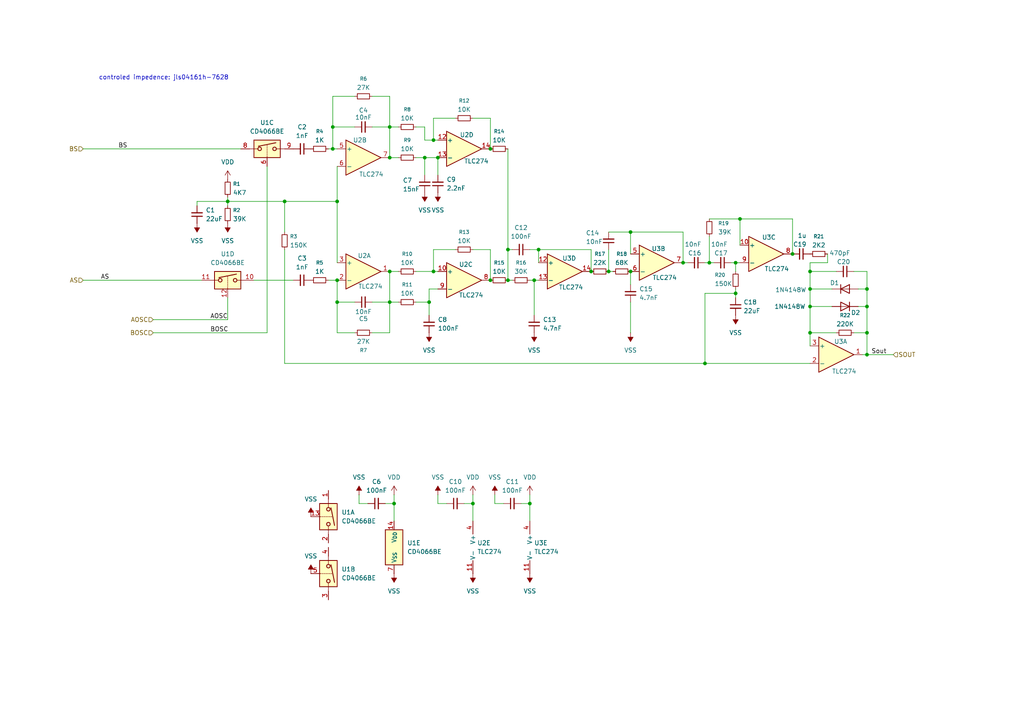
<source format=kicad_sch>
(kicad_sch (version 20250114) (generator "eeschema") (generator_version "9.0")
  (paper "A4")
  (lib_symbols
    (symbol "Amplifier_Operational:TLC274" (pin_names (offset 0.127))
      (property "Reference" "U" (at 0 5.08 0))
      (property "Value" "TLC274" (at 0 -5.08 0))
      (symbol "TLC274_1_1"
        (polyline (pts (xy -5.08 5.08) (xy 5.08 0) (xy -5.08 -5.08) (xy -5.08 5.08)) (stroke (width 0.254)) (fill (type background)))
        (pin input line (at -7.62 2.54 0) (length 2.54) (name "+") (number "3"))
        (pin input line (at -7.62 -2.54 0) (length 2.54) (name "-") (number "2"))
        (pin output line (at 7.62 0 180) (length 2.54) (name "~") (number "1"))
      )
      (symbol "TLC274_2_1"
        (polyline (pts (xy -5.08 5.08) (xy 5.08 0) (xy -5.08 -5.08) (xy -5.08 5.08)) (stroke (width 0.254)) (fill (type background)))
        (pin input line (at -7.62 2.54 0) (length 2.54) (name "+") (number "5"))
        (pin input line (at -7.62 -2.54 0) (length 2.54) (name "-") (number "6"))
        (pin output line (at 7.62 0 180) (length 2.54) (name "~") (number "7"))
      )
      (symbol "TLC274_3_1"
        (polyline (pts (xy -5.08 5.08) (xy 5.08 0) (xy -5.08 -5.08) (xy -5.08 5.08)) (stroke (width 0.254)) (fill (type background)))
        (pin input line (at -7.62 2.54 0) (length 2.54) (name "+") (number "10"))
        (pin input line (at -7.62 -2.54 0) (length 2.54) (name "-") (number "9"))
        (pin output line (at 7.62 0 180) (length 2.54) (name "~") (number "8"))
      )
      (symbol "TLC274_4_1"
        (polyline (pts (xy -5.08 5.08) (xy 5.08 0) (xy -5.08 -5.08) (xy -5.08 5.08)) (stroke (width 0.254)) (fill (type background)))
        (pin input line (at -7.62 2.54 0) (length 2.54) (name "+") (number "12"))
        (pin input line (at -7.62 -2.54 0) (length 2.54) (name "-") (number "13"))
        (pin output line (at 7.62 0 180) (length 2.54) (name "~") (number "14"))
      )
      (symbol "TLC274_5_1"
        (pin power_in line (at -2.54 7.62 270) (length 3.81) (name "V+") (number "4"))
        (pin power_in line (at -2.54 -7.62 90) (length 3.81) (name "V-") (number "11"))
      )
    )
    (symbol "Analog_Switch:CD4066BE"
      (property "Reference" "U" (at -5.08 3.81 0))
      (property "Value" "CD4066BE" (at 7.62 3.81 0))
      (symbol "CD4066BE_1_1"
        (polyline (pts (xy -5.08 0) (xy -2.794 0)))
        (rectangle (start -3.81 2.54) (end 3.81 -2.54) (stroke (width 0.254)) (fill (type background)))
        (polyline (pts (xy -2.54 0.762) (xy 2.54 1.778)) (stroke (width 0.254)))
        (circle (center -2.159 0) (radius 0.508) (stroke (width 0.254)))
        (polyline (pts (xy 0 0.762) (xy 0 1.016)))
        (polyline (pts (xy 0 0.254) (xy 0 0.508)))
        (polyline (pts (xy 0 -0.254) (xy 0 0)))
        (polyline (pts (xy 0 -0.762) (xy 0 -0.508)))
        (polyline (pts (xy 0 -1.27) (xy 0 -1.016)))
        (polyline (pts (xy 0 -1.778) (xy 0 -1.524)))
        (polyline (pts (xy 0 -2.54) (xy 0 -2.032)))
        (circle (center 2.159 0) (radius 0.508) (stroke (width 0.254)))
        (polyline (pts (xy 5.08 0) (xy 2.794 0)))
        (pin bidirectional line (at -7.62 0 0) (length 2.54) (name "~") (number "1"))
        (pin input line (at 0 -5.08 90) (length 2.54) (name "~") (number "13"))
        (pin bidirectional line (at 7.62 0 180) (length 2.54) (name "~") (number "2"))
      )
      (symbol "CD4066BE_2_1"
        (polyline (pts (xy -5.08 0) (xy -2.794 0)))
        (rectangle (start -3.81 2.54) (end 3.81 -2.54) (stroke (width 0.254)) (fill (type background)))
        (polyline (pts (xy -2.54 0.762) (xy 2.54 1.778)) (stroke (width 0.254)))
        (circle (center -2.159 0) (radius 0.508) (stroke (width 0.254)))
        (polyline (pts (xy 0 0.762) (xy 0 1.016)))
        (polyline (pts (xy 0 0.254) (xy 0 0.508)))
        (polyline (pts (xy 0 -0.254) (xy 0 0)))
        (polyline (pts (xy 0 -0.762) (xy 0 -0.508)))
        (polyline (pts (xy 0 -1.27) (xy 0 -1.016)))
        (polyline (pts (xy 0 -1.778) (xy 0 -1.524)))
        (polyline (pts (xy 0 -2.54) (xy 0 -2.032)))
        (circle (center 2.159 0) (radius 0.508) (stroke (width 0.254)))
        (polyline (pts (xy 5.08 0) (xy 2.794 0)))
        (pin bidirectional line (at -7.62 0 0) (length 2.54) (name "~") (number "4"))
        (pin input line (at 0 -5.08 90) (length 2.54) (name "~") (number "5"))
        (pin bidirectional line (at 7.62 0 180) (length 2.54) (name "~") (number "3"))
      )
      (symbol "CD4066BE_3_1"
        (polyline (pts (xy -5.08 0) (xy -2.794 0)))
        (rectangle (start -3.81 2.54) (end 3.81 -2.54) (stroke (width 0.254)) (fill (type background)))
        (polyline (pts (xy -2.54 0.762) (xy 2.54 1.778)) (stroke (width 0.254)))
        (circle (center -2.159 0) (radius 0.508) (stroke (width 0.254)))
        (polyline (pts (xy 0 0.762) (xy 0 1.016)))
        (polyline (pts (xy 0 0.254) (xy 0 0.508)))
        (polyline (pts (xy 0 -0.254) (xy 0 0)))
        (polyline (pts (xy 0 -0.762) (xy 0 -0.508)))
        (polyline (pts (xy 0 -1.27) (xy 0 -1.016)))
        (polyline (pts (xy 0 -1.778) (xy 0 -1.524)))
        (polyline (pts (xy 0 -2.54) (xy 0 -2.032)))
        (circle (center 2.159 0) (radius 0.508) (stroke (width 0.254)))
        (polyline (pts (xy 5.08 0) (xy 2.794 0)))
        (pin bidirectional line (at -7.62 0 0) (length 2.54) (name "~") (number "8"))
        (pin input line (at 0 -5.08 90) (length 2.54) (name "~") (number "6"))
        (pin bidirectional line (at 7.62 0 180) (length 2.54) (name "~") (number "9"))
      )
      (symbol "CD4066BE_4_1"
        (polyline (pts (xy -5.08 0) (xy -2.794 0)))
        (rectangle (start -3.81 2.54) (end 3.81 -2.54) (stroke (width 0.254)) (fill (type background)))
        (polyline (pts (xy -2.54 0.762) (xy 2.54 1.778)) (stroke (width 0.254)))
        (circle (center -2.159 0) (radius 0.508) (stroke (width 0.254)))
        (polyline (pts (xy 0 0.762) (xy 0 1.016)))
        (polyline (pts (xy 0 0.254) (xy 0 0.508)))
        (polyline (pts (xy 0 -0.254) (xy 0 0)))
        (polyline (pts (xy 0 -0.762) (xy 0 -0.508)))
        (polyline (pts (xy 0 -1.27) (xy 0 -1.016)))
        (polyline (pts (xy 0 -1.778) (xy 0 -1.524)))
        (polyline (pts (xy 0 -2.54) (xy 0 -2.032)))
        (circle (center 2.159 0) (radius 0.508) (stroke (width 0.254)))
        (polyline (pts (xy 5.08 0) (xy 2.794 0)))
        (pin bidirectional line (at -7.62 0 0) (length 2.54) (name "~") (number "11"))
        (pin input line (at 0 -5.08 90) (length 2.54) (name "~") (number "12"))
        (pin bidirectional line (at 7.62 0 180) (length 2.54) (name "~") (number "10"))
      )
      (symbol "CD4066BE_5_1"
        (rectangle (start -2.54 5.08) (end 2.54 -5.08) (stroke (width 0.254)) (fill (type background)))
        (pin power_in line (at 0 7.62 270) (length 2.54) (name "V_{DD}") (number "14"))
        (pin power_in line (at 0 -7.62 90) (length 2.54) (name "V_{SS}") (number "7"))
      )
    )
    (symbol "Device:C_Small" (pin_numbers (hide yes)) (pin_names (offset 0.254) (hide yes))
      (property "Reference" "C" (at 0.254 1.778 0))
      (property "Value" "C_Small" (at 0.254 -2.032 0))
      (symbol "C_Small_0_1"
        (polyline (pts (xy -1.524 0.508) (xy 1.524 0.508)) (stroke (width 0.3048)))
        (polyline (pts (xy -1.524 -0.508) (xy 1.524 -0.508)) (stroke (width 0.3302)))
      )
      (symbol "C_Small_1_1"
        (pin passive line (at 0 2.54 270) (length 2.032) (name "~") (number "1"))
        (pin passive line (at 0 -2.54 90) (length 2.032) (name "~") (number "2"))
      )
    )
    (symbol "Device:R_Small" (pin_numbers (hide yes)) (pin_names (offset 0.254) (hide yes))
      (property "Reference" "R" (at 0 0 90))
      (property "Value" "R_Small" (at 1.778 0 90))
      (symbol "R_Small_0_1"
        (rectangle (start -0.762 1.778) (end 0.762 -1.778) (stroke (width 0.2032)))
      )
      (symbol "R_Small_1_1"
        (pin passive line (at 0 2.54 270) (length 0.762) (name "~") (number "1"))
        (pin passive line (at 0 -2.54 90) (length 0.762) (name "~") (number "2"))
      )
    )
    (symbol "Diode:1N4148W" (pin_numbers (hide yes)) (pin_names (hide yes))
      (property "Reference" "D" (at 0 2.54 0))
      (property "Value" "1N4148W" (at 0 -2.54 0))
      (symbol "1N4148W_0_1"
        (polyline (pts (xy -1.27 1.27) (xy -1.27 -1.27)) (stroke (width 0.254)))
        (polyline (pts (xy 1.27 1.27) (xy 1.27 -1.27) (xy -1.27 0) (xy 1.27 1.27)) (stroke (width 0.254)))
        (polyline (pts (xy 1.27 0) (xy -1.27 0)))
      )
      (symbol "1N4148W_1_1"
        (pin passive line (at -3.81 0 0) (length 2.54) (name "K") (number "1"))
        (pin passive line (at 3.81 0 180) (length 2.54) (name "A") (number "2"))
      )
    )
    (symbol "power:VDD" (power) (pin_numbers (hide yes)) (pin_names (offset 0) (hide yes))
      (property "Value" "VDD" (at 0 3.556 0))
      (symbol "VDD_0_1"
        (polyline (pts (xy -0.762 1.27) (xy 0 2.54)))
        (polyline (pts (xy 0 2.54) (xy 0.762 1.27)))
        (polyline (pts (xy 0 0) (xy 0 2.54)))
      )
      (symbol "VDD_1_1"
        (pin power_in line (at 0 0 90) (length 0) (name "~") (number "1"))
      )
    )
    (symbol "power:VSS" (power) (pin_numbers (hide yes)) (pin_names (offset 0) (hide yes))
      (property "Value" "VSS" (at 0 3.556 0))
      (symbol "VSS_0_1"
        (polyline (pts (xy 0 0) (xy 0 2.54)))
        (polyline (pts (xy 0.762 1.27) (xy -0.762 1.27) (xy 0 2.54) (xy 0.762 1.27)) (fill (type outline)))
      )
      (symbol "VSS_1_1"
        (pin power_in line (at 0 0 90) (length 0) (name "~") (number "1"))
      )
    )
  )
  (text "controled impedence: jls04161h-7628" (at 47.498 22.606 0) (effects (font (size 1.27 1.27))))
  (junction (at 123.19 45.72))
  (junction (at 234.95 88.9))
  (junction (at 213.36 76.2))
  (junction (at 171.45 78.74))
  (junction (at 229.87 73.66))
  (junction (at 127 45.72))
  (junction (at 204.47 105.41))
  (junction (at 113.03 78.74))
  (junction (at 147.32 72.39))
  (junction (at 97.79 87.63))
  (junction (at 234.95 96.52))
  (junction (at 182.88 78.74))
  (junction (at 205.74 76.2))
  (junction (at 113.03 87.63))
  (junction (at 113.03 36.83))
  (junction (at 142.24 43.18))
  (junction (at 66.04 58.42))
  (junction (at 142.24 81.28))
  (junction (at 125.73 40.64))
  (junction (at 234.95 78.74))
  (junction (at 234.95 83.82))
  (junction (at 251.46 96.52))
  (junction (at 156.21 72.39))
  (junction (at 97.79 58.42))
  (junction (at 137.16 146.05))
  (junction (at 125.73 78.74))
  (junction (at 113.03 45.72))
  (junction (at 147.32 81.28))
  (junction (at 198.12 76.2))
  (junction (at 96.52 43.18))
  (junction (at 176.53 78.74))
  (junction (at 154.94 81.28))
  (junction (at 251.46 88.9))
  (junction (at 182.88 67.31))
  (junction (at 213.36 85.09))
  (junction (at 96.52 36.83))
  (junction (at 82.55 58.42))
  (junction (at 124.46 87.63))
  (junction (at 251.46 102.87))
  (junction (at 153.67 146.05))
  (junction (at 214.63 63.5))
  (junction (at 114.3 146.05))
  (junction (at 97.79 81.28))
  (junction (at 251.46 83.82))
  (wire (pts (xy 251.46 96.52) (xy 251.46 88.9)))
  (wire (pts (xy 251.46 102.87) (xy 259.08 102.87)))
  (wire (pts (xy 127 40.64) (xy 125.73 40.64)))
  (wire (pts (xy 114.3 146.05) (xy 114.3 151.13)))
  (wire (pts (xy 147.32 81.28) (xy 148.59 81.28)))
  (wire (pts (xy 234.95 78.74) (xy 234.95 76.2)))
  (wire (pts (xy 204.47 76.2) (xy 205.74 76.2)))
  (wire (pts (xy 82.55 105.41) (xy 204.47 105.41)))
  (wire (pts (xy 66.04 58.42) (xy 57.15 58.42)))
  (wire (pts (xy 171.45 78.74) (xy 171.45 72.39)))
  (wire (pts (xy 120.65 78.74) (xy 125.73 78.74)))
  (wire (pts (xy 134.62 146.05) (xy 137.16 146.05)))
  (wire (pts (xy 114.3 143.51) (xy 114.3 146.05)))
  (wire (pts (xy 97.79 58.42) (xy 97.79 76.2)))
  (wire (pts (xy 66.04 58.42) (xy 66.04 59.69)))
  (wire (pts (xy 205.74 68.58) (xy 205.74 76.2)))
  (wire (pts (xy 124.46 83.82) (xy 127 83.82)))
  (wire (pts (xy 24.13 43.18) (xy 69.85 43.18)))
  (wire (pts (xy 153.67 146.05) (xy 153.67 151.13)))
  (wire (pts (xy 247.65 96.52) (xy 251.46 96.52)))
  (wire (pts (xy 234.95 78.74) (xy 242.57 78.74)))
  (wire (pts (xy 123.19 40.64) (xy 123.19 36.83)))
  (wire (pts (xy 213.36 85.09) (xy 213.36 86.36)))
  (wire (pts (xy 95.25 81.28) (xy 97.79 81.28)))
  (wire (pts (xy 106.68 146.05) (xy 104.14 146.05)))
  (wire (pts (xy 204.47 105.41) (xy 234.95 105.41)))
  (wire (pts (xy 142.24 43.18) (xy 142.24 34.29)))
  (wire (pts (xy 214.63 63.5) (xy 205.74 63.5)))
  (wire (pts (xy 137.16 146.05) (xy 137.16 151.13)))
  (wire (pts (xy 251.46 102.87) (xy 251.46 96.52)))
  (wire (pts (xy 234.95 83.82) (xy 241.3 83.82)))
  (wire (pts (xy 182.88 78.74) (xy 182.88 82.55)))
  (wire (pts (xy 212.09 76.2) (xy 213.36 76.2)))
  (wire (pts (xy 205.74 76.2) (xy 207.01 76.2)))
  (wire (pts (xy 234.95 96.52) (xy 242.57 96.52)))
  (wire (pts (xy 82.55 58.42) (xy 82.55 67.31)))
  (wire (pts (xy 198.12 67.31) (xy 182.88 67.31)))
  (wire (pts (xy 107.95 36.83) (xy 113.03 36.83)))
  (wire (pts (xy 147.32 72.39) (xy 147.32 81.28)))
  (wire (pts (xy 82.55 72.39) (xy 82.55 105.41)))
  (wire (pts (xy 137.16 143.51) (xy 137.16 146.05)))
  (wire (pts (xy 66.04 92.71) (xy 66.04 86.36)))
  (wire (pts (xy 113.03 45.72) (xy 113.03 36.83)))
  (wire (pts (xy 198.12 76.2) (xy 198.12 67.31)))
  (wire (pts (xy 66.04 57.15) (xy 66.04 58.42)))
  (wire (pts (xy 213.36 83.82) (xy 213.36 85.09)))
  (wire (pts (xy 113.03 87.63) (xy 115.57 87.63)))
  (wire (pts (xy 240.03 76.2) (xy 240.03 73.66)))
  (wire (pts (xy 153.67 143.51) (xy 153.67 146.05)))
  (wire (pts (xy 66.04 58.42) (xy 82.55 58.42)))
  (wire (pts (xy 142.24 81.28) (xy 142.24 72.39)))
  (wire (pts (xy 234.95 83.82) (xy 234.95 78.74)))
  (wire (pts (xy 142.24 34.29) (xy 137.16 34.29)))
  (wire (pts (xy 132.08 72.39) (xy 125.73 72.39)))
  (wire (pts (xy 248.92 88.9) (xy 251.46 88.9)))
  (wire (pts (xy 182.88 67.31) (xy 182.88 73.66)))
  (wire (pts (xy 132.08 34.29) (xy 125.73 34.29)))
  (wire (pts (xy 111.76 146.05) (xy 114.3 146.05)))
  (wire (pts (xy 113.03 36.83) (xy 115.57 36.83)))
  (wire (pts (xy 129.54 146.05) (xy 127 146.05)))
  (wire (pts (xy 96.52 36.83) (xy 102.87 36.83)))
  (wire (pts (xy 127 45.72) (xy 123.19 45.72)))
  (wire (pts (xy 147.32 43.18) (xy 147.32 72.39)))
  (wire (pts (xy 251.46 78.74) (xy 247.65 78.74)))
  (wire (pts (xy 250.19 102.87) (xy 251.46 102.87)))
  (wire (pts (xy 123.19 45.72) (xy 120.65 45.72)))
  (wire (pts (xy 113.03 87.63) (xy 113.03 96.52)))
  (wire (pts (xy 154.94 91.44) (xy 154.94 81.28)))
  (wire (pts (xy 113.03 27.94) (xy 107.95 27.94)))
  (wire (pts (xy 146.05 146.05) (xy 143.51 146.05)))
  (wire (pts (xy 148.59 72.39) (xy 147.32 72.39)))
  (wire (pts (xy 213.36 76.2) (xy 213.36 78.74)))
  (wire (pts (xy 44.45 92.71) (xy 66.04 92.71)))
  (wire (pts (xy 176.53 78.74) (xy 177.8 78.74)))
  (wire (pts (xy 198.12 76.2) (xy 199.39 76.2)))
  (wire (pts (xy 113.03 36.83) (xy 113.03 27.94)))
  (wire (pts (xy 113.03 45.72) (xy 115.57 45.72)))
  (wire (pts (xy 24.13 81.28) (xy 58.42 81.28)))
  (wire (pts (xy 151.13 146.05) (xy 153.67 146.05)))
  (wire (pts (xy 113.03 78.74) (xy 115.57 78.74)))
  (wire (pts (xy 214.63 63.5) (xy 214.63 71.12)))
  (wire (pts (xy 113.03 78.74) (xy 113.03 87.63)))
  (wire (pts (xy 142.24 72.39) (xy 137.16 72.39)))
  (wire (pts (xy 125.73 78.74) (xy 127 78.74)))
  (wire (pts (xy 97.79 87.63) (xy 102.87 87.63)))
  (wire (pts (xy 125.73 72.39) (xy 125.73 78.74)))
  (wire (pts (xy 154.94 81.28) (xy 156.21 81.28)))
  (wire (pts (xy 171.45 72.39) (xy 156.21 72.39)))
  (wire (pts (xy 97.79 48.26) (xy 97.79 58.42)))
  (wire (pts (xy 96.52 27.94) (xy 96.52 36.83)))
  (wire (pts (xy 234.95 88.9) (xy 241.3 88.9)))
  (wire (pts (xy 73.66 81.28) (xy 85.09 81.28)))
  (wire (pts (xy 113.03 96.52) (xy 107.95 96.52)))
  (wire (pts (xy 229.87 63.5) (xy 214.63 63.5)))
  (wire (pts (xy 124.46 87.63) (xy 124.46 91.44)))
  (wire (pts (xy 234.95 88.9) (xy 234.95 83.82)))
  (wire (pts (xy 176.53 72.39) (xy 176.53 78.74)))
  (wire (pts (xy 234.95 100.33) (xy 234.95 96.52)))
  (wire (pts (xy 107.95 87.63) (xy 113.03 87.63)))
  (wire (pts (xy 182.88 87.63) (xy 182.88 96.52)))
  (wire (pts (xy 44.45 96.52) (xy 77.47 96.52)))
  (wire (pts (xy 102.87 96.52) (xy 97.79 96.52)))
  (wire (pts (xy 229.87 73.66) (xy 229.87 63.5)))
  (wire (pts (xy 97.79 96.52) (xy 97.79 87.63)))
  (wire (pts (xy 204.47 105.41) (xy 204.47 85.09)))
  (wire (pts (xy 125.73 40.64) (xy 123.19 40.64)))
  (wire (pts (xy 143.51 146.05) (xy 143.51 143.51)))
  (wire (pts (xy 251.46 88.9) (xy 251.46 83.82)))
  (wire (pts (xy 213.36 76.2) (xy 214.63 76.2)))
  (wire (pts (xy 125.73 34.29) (xy 125.73 40.64)))
  (wire (pts (xy 120.65 87.63) (xy 124.46 87.63)))
  (wire (pts (xy 204.47 85.09) (xy 213.36 85.09)))
  (wire (pts (xy 124.46 87.63) (xy 124.46 83.82)))
  (wire (pts (xy 127 50.8) (xy 127 45.72)))
  (wire (pts (xy 251.46 83.82) (xy 251.46 78.74)))
  (wire (pts (xy 123.19 36.83) (xy 120.65 36.83)))
  (wire (pts (xy 82.55 58.42) (xy 97.79 58.42)))
  (wire (pts (xy 176.53 67.31) (xy 182.88 67.31)))
  (wire (pts (xy 234.95 76.2) (xy 240.03 76.2)))
  (wire (pts (xy 123.19 50.8) (xy 123.19 45.72)))
  (wire (pts (xy 248.92 83.82) (xy 251.46 83.82)))
  (wire (pts (xy 127 146.05) (xy 127 143.51)))
  (wire (pts (xy 77.47 96.52) (xy 77.47 48.26)))
  (wire (pts (xy 97.79 87.63) (xy 97.79 81.28)))
  (wire (pts (xy 97.79 43.18) (xy 96.52 43.18)))
  (wire (pts (xy 96.52 36.83) (xy 96.52 43.18)))
  (wire (pts (xy 102.87 27.94) (xy 96.52 27.94)))
  (wire (pts (xy 96.52 43.18) (xy 95.25 43.18)))
  (wire (pts (xy 154.94 81.28) (xy 153.67 81.28)))
  (wire (pts (xy 57.15 59.69) (xy 57.15 58.42)))
  (wire (pts (xy 156.21 72.39) (xy 153.67 72.39)))
  (wire (pts (xy 156.21 76.2) (xy 156.21 72.39)))
  (wire (pts (xy 234.95 96.52) (xy 234.95 88.9)))
  (wire (pts (xy 104.14 146.05) (xy 104.14 143.51)))
  (label "AS" (at 29.21 81.28 0))
  (label "Sout" (at 252.73 102.87 0))
  (label "AOSC" (at 60.96 92.71 0))
  (label "BS" (at 34.29 43.18 0))
  (label "BOSC" (at 60.96 96.52 0))
  (hierarchical_label "BOSC" (shape input) (at 44.45 96.52 180))
  (hierarchical_label "BS" (shape input) (at 24.13 43.18 180))
  (hierarchical_label "AS" (shape input) (at 24.13 81.28 180))
  (hierarchical_label "AOSC" (shape input) (at 44.45 92.71 180))
  (hierarchical_label "SOUT" (shape input) (at 259.08 102.87 0))
  (symbol (lib_id "power:VSS") (at 137.16 166.37 180) (unit 1)
    (property "Reference" "#PWR0141" (effects (hide yes)))
    (property "Value" "VSS" (at 137.16 171.45 0))
    (property "Description" "Power symbol creates a global label with name \"VSS\"" (effects (hide yes)))
    (instances (project "mixer" (path "" (reference "#PWR018") (unit 1))) (project "" (path "" (reference "#PWR0141") (unit 1))))
  )
  (symbol (lib_id "Device:R_Small") (at 173.99 78.74 90) (unit 1)
    (property "Reference" "R26" (at 173.99 73.66 90) (effects (font (size 1.016 1.016))))
    (property "Value" "22K" (at 173.99 76.2 90))
    (property "Footprint" "Resistor_SMD:R_0805_2012Metric" (effects (hide yes)))
    (property "Description" "Resistor, small symbol" (effects (hide yes)))
    (instances (project "mixer" (path "" (reference "R17") (unit 1))) (project "" (path "" (reference "R26") (unit 1))))
  )
  (symbol (lib_id "Device:C_Small") (at 57.15 62.23 180) (unit 1)
    (property "Reference" "C18" (at 59.69 60.9535 0) (effects (justify right)))
    (property "Value" "22uF" (at 59.69 63.4935 0) (effects (justify right)))
    (property "Footprint" "Capacitor_SMD:C_0805_2012Metric" (effects (hide yes)))
    (property "Description" "Unpolarized capacitor, small symbol" (effects (hide yes)))
    (instances (project "mixer" (path "" (reference "C1") (unit 1))) (project "" (path "" (reference "C18") (unit 1))))
  )
  (symbol (lib_id "Amplifier_Operational:TLC274") (at 139.7 158.75 0) (unit 5)
    (property "Reference" "U7" (at 138.43 157.4799 0) (effects (justify left)))
    (property "Value" "TLC274" (at 138.43 160.0199 0) (effects (justify left)))
    (property "Footprint" "Package_DIP:DIP-14_W7.62mm" (effects (hide yes)))
    (property "Datasheet" "http://www.ti.com/lit/ds/symlink/tlc274.pdf" (effects (hide yes)))
    (property "Description" "Quad LinCMOS Precision Quad Operational Amplifiers, DIP-14/SOIC-14/SSOP-14" (effects (hide yes)))
    (instances (project "" (path "" (reference "U2") (unit 5))) (project "" (path "" (reference "U7") (unit 5))))
  )
  (symbol (lib_id "power:VSS") (at 124.46 96.52 180) (unit 1)
    (property "Reference" "#PWR0150" (effects (hide yes)))
    (property "Value" "VSS" (at 124.46 101.6 0))
    (property "Description" "Power symbol creates a global label with name \"VSS\"" (effects (hide yes)))
    (instances (project "mixer" (path "" (reference "#PWR014") (unit 1))) (project "" (path "" (reference "#PWR0150") (unit 1))))
  )
  (symbol (lib_id "power:VSS") (at 213.36 91.44 180) (unit 1)
    (property "Reference" "#PWR0147" (effects (hide yes)))
    (property "Value" "VSS" (at 213.36 96.52 0))
    (property "Description" "Power symbol creates a global label with name \"VSS\"" (effects (hide yes)))
    (instances (project "mixer" (path "" (reference "#PWR024") (unit 1))) (project "" (path "" (reference "#PWR0147") (unit 1))))
  )
  (symbol (lib_id "power:VSS") (at 104.14 143.51 0) (unit 1)
    (property "Reference" "#PWR0137" (effects (hide yes)))
    (property "Value" "VSS" (at 104.14 138.43 0))
    (property "Description" "Power symbol creates a global label with name \"VSS\"" (effects (hide yes)))
    (instances (project "mixer" (path "" (reference "#PWR010") (unit 1))) (project "" (path "" (reference "#PWR0137") (unit 1))))
  )
  (symbol (lib_id "Device:R_Small") (at 66.04 62.23 0) (unit 1)
    (property "Reference" "R11" (at 67.564 60.96 0) (effects (font (size 1.016 1.016)) (justify left)))
    (property "Value" "39K" (at 67.564 63.5 0) (effects (justify left)))
    (property "Footprint" "Resistor_SMD:R_0805_2012Metric" (effects (hide yes)))
    (property "Description" "Resistor, small symbol" (effects (hide yes)))
    (instances (project "mixer" (path "" (reference "R2") (unit 1))) (project "" (path "" (reference "R11") (unit 1))))
  )
  (symbol (lib_id "power:VSS") (at 57.15 64.77 180) (unit 1)
    (property "Reference" "#PWR0135" (effects (hide yes)))
    (property "Value" "VSS" (at 57.15 69.85 0))
    (property "Description" "Power symbol creates a global label with name \"VSS\"" (effects (hide yes)))
    (instances (project "mixer" (path "" (reference "#PWR05") (unit 1))) (project "" (path "" (reference "#PWR0135") (unit 1))))
  )
  (symbol (lib_id "Device:R_Small") (at 82.55 69.85 0) (unit 1)
    (property "Reference" "R12" (at 84.074 68.58 0) (effects (font (size 1.016 1.016)) (justify left)))
    (property "Value" "150K" (at 84.074 71.12 0) (effects (justify left)))
    (property "Footprint" "Resistor_SMD:R_0805_2012Metric" (effects (hide yes)))
    (property "Description" "Resistor, small symbol" (effects (hide yes)))
    (instances (project "mixer" (path "" (reference "R3") (unit 1))) (project "" (path "" (reference "R12") (unit 1))))
  )
  (symbol (lib_id "Device:C_Small") (at 245.11 78.74 270) (unit 1)
    (property "Reference" "C37" (at 246.634 75.946 90) (effects (justify right)))
    (property "Value" "470pF" (at 246.634 73.406 90) (effects (justify right)))
    (property "Footprint" "Capacitor_SMD:C_0805_2012Metric" (effects (hide yes)))
    (property "Description" "Unpolarized capacitor, small symbol" (effects (hide yes)))
    (instances (project "mixer" (path "" (reference "C20") (unit 1))) (project "" (path "" (reference "C37") (unit 1))))
  )
  (symbol (lib_id "Analog_Switch:CD4066BE") (at 66.04 81.28 0) (unit 4)
    (property "Reference" "U6" (at 66.04 73.66 0))
    (property "Value" "CD4066BE" (at 66.04 76.2 0))
    (property "Footprint" "Package_DIP:DIP-14_W7.62mm" (effects (hide yes)))
    (property "Datasheet" "https://www.ti.com/lit/ds/symlink/cd4066b.pdf" (effects (hide yes)))
    (property "Description" "Quad 20V analog SPST 1:1 switch, DIP-14" (effects (hide yes)))
    (instances (project "" (path "" (reference "U1") (unit 4))) (project "" (path "" (reference "U6") (unit 4))))
  )
  (symbol (lib_id "Device:R_Small") (at 134.62 72.39 90) (unit 1)
    (property "Reference" "R22" (at 134.62 67.31 90) (effects (font (size 1.016 1.016))))
    (property "Value" "10K" (at 134.62 69.85 90))
    (property "Footprint" "Resistor_SMD:R_0805_2012Metric" (effects (hide yes)))
    (property "Description" "Resistor, small symbol" (effects (hide yes)))
    (instances (project "mixer" (path "" (reference "R13") (unit 1))) (project "" (path "" (reference "R22") (unit 1))))
  )
  (symbol (lib_id "Analog_Switch:CD4066BE") (at 95.25 149.86 270) (unit 1)
    (property "Reference" "U6" (at 99.06 148.5899 90) (effects (justify left)))
    (property "Value" "CD4066BE" (at 99.06 151.1299 90) (effects (justify left)))
    (property "Footprint" "Package_DIP:DIP-14_W7.62mm" (effects (hide yes)))
    (property "Datasheet" "https://www.ti.com/lit/ds/symlink/cd4066b.pdf" (effects (hide yes)))
    (property "Description" "Quad 20V analog SPST 1:1 switch, DIP-14" (effects (hide yes)))
    (instances (project "" (path "" (reference "U1") (unit 1))) (project "" (path "" (reference "U6") (unit 1))))
  )
  (symbol (lib_id "Device:R_Small") (at 105.41 96.52 90) (mirror x) (unit 1)
    (property "Reference" "R16" (at 105.41 101.6 90) (effects (font (size 1.016 1.016))))
    (property "Value" "27K" (at 105.41 99.06 90))
    (property "Footprint" "Resistor_SMD:R_0805_2012Metric" (effects (hide yes)))
    (property "Description" "Resistor, small symbol" (effects (hide yes)))
    (instances (project "mixer" (path "" (reference "R7") (unit 1))) (project "" (path "" (reference "R16") (unit 1))))
  )
  (symbol (lib_id "Device:C_Small") (at 124.46 93.98 180) (unit 1)
    (property "Reference" "C25" (at 127 92.7035 0) (effects (justify right)))
    (property "Value" "100nF" (at 127 95.2435 0) (effects (justify right)))
    (property "Footprint" "Capacitor_SMD:C_0805_2012Metric" (effects (hide yes)))
    (property "Description" "Unpolarized capacitor, small symbol" (effects (hide yes)))
    (instances (project "mixer" (path "" (reference "C8") (unit 1))) (project "" (path "" (reference "C25") (unit 1))))
  )
  (symbol (lib_id "Device:C_Small") (at 201.93 76.2 270) (unit 1)
    (property "Reference" "C33" (at 203.454 73.406 90) (effects (justify right)))
    (property "Value" "10nF" (at 203.454 70.866 90) (effects (justify right)))
    (property "Footprint" "Capacitor_SMD:C_0805_2012Metric" (effects (hide yes)))
    (property "Description" "Unpolarized capacitor, small symbol" (effects (hide yes)))
    (instances (project "mixer" (path "" (reference "C16") (unit 1))) (project "" (path "" (reference "C33") (unit 1))))
  )
  (symbol (lib_id "Device:R_Small") (at 237.49 73.66 90) (unit 1)
    (property "Reference" "R30" (at 237.49 68.58 90) (effects (font (size 1.016 1.016))))
    (property "Value" "2K2" (at 237.49 71.12 90))
    (property "Footprint" "Resistor_SMD:R_0805_2012Metric" (effects (hide yes)))
    (property "Description" "Resistor, small symbol" (effects (hide yes)))
    (instances (project "mixer" (path "" (reference "R21") (unit 1))) (project "" (path "" (reference "R30") (unit 1))))
  )
  (symbol (lib_id "Device:R_Small") (at 151.13 81.28 90) (unit 1)
    (property "Reference" "R25" (at 151.13 76.2 90) (effects (font (size 1.016 1.016))))
    (property "Value" "30K" (at 151.13 78.74 90))
    (property "Footprint" "Resistor_SMD:R_0805_2012Metric" (effects (hide yes)))
    (property "Description" "Resistor, small symbol" (effects (hide yes)))
    (instances (project "mixer" (path "" (reference "R16") (unit 1))) (project "" (path "" (reference "R25") (unit 1))))
  )
  (symbol (lib_id "Device:C_Small") (at 182.88 85.09 180) (unit 1)
    (property "Reference" "C32" (at 185.42 83.8135 0) (effects (justify right)))
    (property "Value" "4.7nF" (at 185.42 86.3535 0) (effects (justify right)))
    (property "Footprint" "Capacitor_SMD:C_0805_2012Metric" (effects (hide yes)))
    (property "Description" "Unpolarized capacitor, small symbol" (effects (hide yes)))
    (instances (project "mixer" (path "" (reference "C15") (unit 1))) (project "" (path "" (reference "C32") (unit 1))))
  )
  (symbol (lib_id "power:VSS") (at 114.3 166.37 180) (unit 1)
    (property "Reference" "#PWR0146" (effects (hide yes)))
    (property "Value" "VSS" (at 114.3 171.45 0))
    (property "Description" "Power symbol creates a global label with name \"VSS\"" (effects (hide yes)))
    (instances (project "mixer" (path "" (reference "#PWR012") (unit 1))) (project "" (path "" (reference "#PWR0146") (unit 1))))
  )
  (symbol (lib_id "Device:C_Small") (at 87.63 81.28 270) (unit 1)
    (property "Reference" "C20" (at 87.6236 74.93 90))
    (property "Value" "1nF" (at 87.6236 77.47 90))
    (property "Footprint" "Capacitor_SMD:C_0805_2012Metric" (effects (hide yes)))
    (property "Description" "Unpolarized capacitor, small symbol" (effects (hide yes)))
    (instances (project "mixer" (path "" (reference "C3") (unit 1))) (project "" (path "" (reference "C20") (unit 1))))
  )
  (symbol (lib_id "Device:R_Small") (at 66.04 54.61 0) (unit 1)
    (property "Reference" "R10" (at 67.564 53.34 0) (effects (font (size 1.016 1.016)) (justify left)))
    (property "Value" "4K7" (at 67.564 55.88 0) (effects (justify left)))
    (property "Footprint" "Resistor_SMD:R_0805_2012Metric" (effects (hide yes)))
    (property "Description" "Resistor, small symbol" (effects (hide yes)))
    (instances (project "mixer" (path "" (reference "R1") (unit 1))) (project "" (path "" (reference "R10") (unit 1))))
  )
  (symbol (lib_id "Device:C_Small") (at 176.53 69.85 180) (unit 1)
    (property "Reference" "C31" (at 169.926 67.564 0) (effects (justify right)))
    (property "Value" "10nF" (at 169.926 70.104 0) (effects (justify right)))
    (property "Footprint" "Capacitor_SMD:C_0805_2012Metric" (effects (hide yes)))
    (property "Description" "Unpolarized capacitor, small symbol" (effects (hide yes)))
    (instances (project "mixer" (path "" (reference "C14") (unit 1))) (project "" (path "" (reference "C31") (unit 1))))
  )
  (symbol (lib_id "Analog_Switch:CD4066BE") (at 77.47 43.18 0) (unit 3)
    (property "Reference" "U6" (at 77.47 35.56 0))
    (property "Value" "CD4066BE" (at 77.47 38.1 0))
    (property "Footprint" "Package_DIP:DIP-14_W7.62mm" (effects (hide yes)))
    (property "Datasheet" "https://www.ti.com/lit/ds/symlink/cd4066b.pdf" (effects (hide yes)))
    (property "Description" "Quad 20V analog SPST 1:1 switch, DIP-14" (effects (hide yes)))
    (instances (project "" (path "" (reference "U1") (unit 3))) (project "" (path "" (reference "U6") (unit 3))))
  )
  (symbol (lib_id "power:VSS") (at 90.17 149.86 0) (unit 1)
    (property "Reference" "#PWR0145" (effects (hide yes)))
    (property "Value" "VSS" (at 90.17 144.78 0))
    (property "Description" "Power symbol creates a global label with name \"VSS\"" (effects (hide yes)))
    (instances (project "mixer" (path "" (reference "#PWR08") (unit 1))) (project "" (path "" (reference "#PWR0145") (unit 1))))
  )
  (symbol (lib_id "Device:C_Small") (at 213.36 88.9 0) (unit 1)
    (property "Reference" "C35" (at 215.646 87.63 0) (effects (justify left)))
    (property "Value" "22uF" (at 215.646 90.17 0) (effects (justify left)))
    (property "Footprint" "Capacitor_SMD:C_0805_2012Metric" (effects (hide yes)))
    (property "Description" "Unpolarized capacitor, small symbol" (effects (hide yes)))
    (instances (project "mixer" (path "" (reference "C18") (unit 1))) (project "" (path "" (reference "C35") (unit 1))))
  )
  (symbol (lib_id "Device:R_Small") (at 118.11 36.83 90) (unit 1)
    (property "Reference" "R17" (at 118.11 31.75 90) (effects (font (size 1.016 1.016))))
    (property "Value" "10K" (at 118.11 34.29 90))
    (property "Footprint" "Resistor_SMD:R_0805_2012Metric" (effects (hide yes)))
    (property "Description" "Resistor, small symbol" (effects (hide yes)))
    (instances (project "mixer" (path "" (reference "R8") (unit 1))) (project "" (path "" (reference "R17") (unit 1))))
  )
  (symbol (lib_id "Device:C_Small") (at 148.59 146.05 90) (unit 1)
    (property "Reference" "C28" (at 148.5963 139.7 90))
    (property "Value" "100nF" (at 148.5963 142.24 90))
    (property "Footprint" "Capacitor_SMD:C_0805_2012Metric" (effects (hide yes)))
    (property "Description" "Unpolarized capacitor, small symbol" (effects (hide yes)))
    (instances (project "mixer" (path "" (reference "C11") (unit 1))) (project "" (path "" (reference "C28") (unit 1))))
  )
  (symbol (lib_id "Device:C_Small") (at 232.41 73.66 270) (unit 1)
    (property "Reference" "C36" (at 233.934 70.866 90) (effects (justify right)))
    (property "Value" "1u" (at 233.934 68.326 90) (effects (justify right)))
    (property "Footprint" "Capacitor_SMD:C_0805_2012Metric" (effects (hide yes)))
    (property "Description" "Unpolarized capacitor, small symbol" (effects (hide yes)))
    (instances (project "mixer" (path "" (reference "C19") (unit 1))) (project "" (path "" (reference "C36") (unit 1))))
  )
  (symbol (lib_id "Amplifier_Operational:TLC274") (at 134.62 81.28 0) (unit 3)
    (property "Reference" "U7" (at 135.128 76.708 0))
    (property "Value" "TLC274" (at 136.652 85.598 0))
    (property "Footprint" "Package_DIP:DIP-14_W7.62mm" (effects (hide yes)))
    (property "Datasheet" "http://www.ti.com/lit/ds/symlink/tlc274.pdf" (effects (hide yes)))
    (property "Description" "Quad LinCMOS Precision Quad Operational Amplifiers, DIP-14/SOIC-14/SSOP-14" (effects (hide yes)))
    (instances (project "" (path "" (reference "U2") (unit 3))) (project "" (path "" (reference "U7") (unit 3))))
  )
  (symbol (lib_id "Device:R_Small") (at 245.11 96.52 90) (unit 1)
    (property "Reference" "R31" (at 245.11 91.44 90) (effects (font (size 1.016 1.016))))
    (property "Value" "220K" (at 245.11 93.98 90))
    (property "Footprint" "Resistor_SMD:R_0805_2012Metric" (effects (hide yes)))
    (property "Description" "Resistor, small symbol" (effects (hide yes)))
    (instances (project "mixer" (path "" (reference "R22") (unit 1))) (project "" (path "" (reference "R31") (unit 1))))
  )
  (symbol (lib_id "Device:R_Small") (at 180.34 78.74 90) (unit 1)
    (property "Reference" "R27" (at 180.34 73.66 90) (effects (font (size 1.016 1.016))))
    (property "Value" "68K" (at 180.34 76.2 90))
    (property "Footprint" "Resistor_SMD:R_0805_2012Metric" (effects (hide yes)))
    (property "Description" "Resistor, small symbol" (effects (hide yes)))
    (instances (project "mixer" (path "" (reference "R18") (unit 1))) (project "" (path "" (reference "R27") (unit 1))))
  )
  (symbol (lib_id "Device:C_Small") (at 127 53.34 180) (unit 1)
    (property "Reference" "C26" (at 129.54 52.0635 0) (effects (justify right)))
    (property "Value" "2.2nF" (at 129.54 54.6035 0) (effects (justify right)))
    (property "Footprint" "Capacitor_SMD:C_0805_2012Metric" (effects (hide yes)))
    (property "Description" "Unpolarized capacitor, small symbol" (effects (hide yes)))
    (instances (project "mixer" (path "" (reference "C9") (unit 1))) (project "" (path "" (reference "C26") (unit 1))))
  )
  (symbol (lib_id "Amplifier_Operational:TLC274") (at 105.41 78.74 0) (unit 1)
    (property "Reference" "U7" (at 105.664 74.168 0))
    (property "Value" "TLC274" (at 107.442 83.058 0))
    (property "Footprint" "Package_DIP:DIP-14_W7.62mm" (effects (hide yes)))
    (property "Datasheet" "http://www.ti.com/lit/ds/symlink/tlc274.pdf" (effects (hide yes)))
    (property "Description" "Quad LinCMOS Precision Quad Operational Amplifiers, DIP-14/SOIC-14/SSOP-14" (effects (hide yes)))
    (instances (project "" (path "" (reference "U2") (unit 1))) (project "" (path "" (reference "U7") (unit 1))))
  )
  (symbol (lib_id "Device:R_Small") (at 105.41 27.94 90) (unit 1)
    (property "Reference" "R15" (at 105.41 22.86 90) (effects (font (size 1.016 1.016))))
    (property "Value" "27K" (at 105.41 25.4 90))
    (property "Footprint" "Resistor_SMD:R_0805_2012Metric" (effects (hide yes)))
    (property "Description" "Resistor, small symbol" (effects (hide yes)))
    (instances (project "mixer" (path "" (reference "R6") (unit 1))) (project "" (path "" (reference "R15") (unit 1))))
  )
  (symbol (lib_id "Device:C_Small") (at 154.94 93.98 180) (unit 1)
    (property "Reference" "C30" (at 157.48 92.7035 0) (effects (justify right)))
    (property "Value" "4.7nF" (at 157.48 95.2435 0) (effects (justify right)))
    (property "Footprint" "Capacitor_SMD:C_0805_2012Metric" (effects (hide yes)))
    (property "Description" "Unpolarized capacitor, small symbol" (effects (hide yes)))
    (instances (project "mixer" (path "" (reference "C13") (unit 1))) (project "" (path "" (reference "C30") (unit 1))))
  )
  (symbol (lib_id "power:VSS") (at 127 55.88 180) (unit 1)
    (property "Reference" "#PWR0131" (effects (hide yes)))
    (property "Value" "VSS" (at 127 60.96 0))
    (property "Description" "Power symbol creates a global label with name \"VSS\"" (effects (hide yes)))
    (instances (project "mixer" (path "" (reference "#PWR015") (unit 1))) (project "" (path "" (reference "#PWR0131") (unit 1))))
  )
  (symbol (lib_id "Amplifier_Operational:TLC274") (at 222.25 73.66 0) (unit 3)
    (property "Reference" "U8" (at 223.012 68.834 0))
    (property "Value" "TLC274" (at 225.298 77.978 0))
    (property "Footprint" "Package_DIP:DIP-14_W7.62mm" (effects (hide yes)))
    (property "Datasheet" "http://www.ti.com/lit/ds/symlink/tlc274.pdf" (effects (hide yes)))
    (property "Description" "Quad LinCMOS Precision Quad Operational Amplifiers, DIP-14/SOIC-14/SSOP-14" (effects (hide yes)))
    (instances (project "" (path "" (reference "U3") (unit 3))) (project "" (path "" (reference "U8") (unit 3))))
  )
  (symbol (lib_id "Device:C_Small") (at 123.19 53.34 180) (unit 1)
    (property "Reference" "C24" (at 116.84 52.324 0) (effects (justify right)))
    (property "Value" "15nF" (at 116.84 54.864 0) (effects (justify right)))
    (property "Footprint" "Capacitor_SMD:C_0805_2012Metric" (effects (hide yes)))
    (property "Description" "Unpolarized capacitor, small symbol" (effects (hide yes)))
    (instances (project "mixer" (path "" (reference "C7") (unit 1))) (project "" (path "" (reference "C24") (unit 1))))
  )
  (symbol (lib_id "Device:R_Small") (at 213.36 81.28 180) (unit 1)
    (property "Reference" "R29" (at 207.264 79.756 0) (effects (font (size 1.016 1.016)) (justify right)))
    (property "Value" "150K" (at 207.264 82.296 0) (effects (justify right)))
    (property "Footprint" "Resistor_SMD:R_0805_2012Metric" (effects (hide yes)))
    (property "Description" "Resistor, small symbol" (effects (hide yes)))
    (instances (project "mixer" (path "" (reference "R20") (unit 1))) (project "" (path "" (reference "R29") (unit 1))))
  )
  (symbol (lib_id "Analog_Switch:CD4066BE") (at 95.25 166.37 270) (unit 2)
    (property "Reference" "U6" (at 99.06 165.0999 90) (effects (justify left)))
    (property "Value" "CD4066BE" (at 99.06 167.6399 90) (effects (justify left)))
    (property "Footprint" "Package_DIP:DIP-14_W7.62mm" (effects (hide yes)))
    (property "Datasheet" "https://www.ti.com/lit/ds/symlink/cd4066b.pdf" (effects (hide yes)))
    (property "Description" "Quad 20V analog SPST 1:1 switch, DIP-14" (effects (hide yes)))
    (instances (project "" (path "" (reference "U1") (unit 2))) (project "" (path "" (reference "U6") (unit 2))))
  )
  (symbol (lib_id "Device:R_Small") (at 144.78 43.18 90) (unit 1)
    (property "Reference" "R23" (at 144.78 38.1 90) (effects (font (size 1.016 1.016))))
    (property "Value" "10K" (at 144.78 40.64 90))
    (property "Footprint" "Resistor_SMD:R_0805_2012Metric" (effects (hide yes)))
    (property "Description" "Resistor, small symbol" (effects (hide yes)))
    (instances (project "mixer" (path "" (reference "R14") (unit 1))) (project "" (path "" (reference "R23") (unit 1))))
  )
  (symbol (lib_id "Device:C_Small") (at 209.55 76.2 270) (unit 1)
    (property "Reference" "C34" (at 211.074 73.406 90) (effects (justify right)))
    (property "Value" "10nF" (at 211.074 70.866 90) (effects (justify right)))
    (property "Footprint" "Capacitor_SMD:C_0805_2012Metric" (effects (hide yes)))
    (property "Description" "Unpolarized capacitor, small symbol" (effects (hide yes)))
    (instances (project "mixer" (path "" (reference "C17") (unit 1))) (project "" (path "" (reference "C34") (unit 1))))
  )
  (symbol (lib_id "Amplifier_Operational:TLC274") (at 163.83 78.74 0) (unit 4)
    (property "Reference" "U8" (at 165.1 74.93 0))
    (property "Value" "TLC274" (at 165.608 83.312 0))
    (property "Footprint" "Package_DIP:DIP-14_W7.62mm" (effects (hide yes)))
    (property "Datasheet" "http://www.ti.com/lit/ds/symlink/tlc274.pdf" (effects (hide yes)))
    (property "Description" "Quad LinCMOS Precision Quad Operational Amplifiers, DIP-14/SOIC-14/SSOP-14" (effects (hide yes)))
    (instances (project "" (path "" (reference "U3") (unit 4))) (project "" (path "" (reference "U8") (unit 4))))
  )
  (symbol (lib_id "Device:C_Small") (at 105.41 87.63 90) (mirror x) (unit 1)
    (property "Reference" "C22" (at 105.41 92.456 90))
    (property "Value" "10nF" (at 105.41 90.424 90))
    (property "Footprint" "Capacitor_SMD:C_0805_2012Metric" (effects (hide yes)))
    (property "Description" "Unpolarized capacitor, small symbol" (effects (hide yes)))
    (instances (project "mixer" (path "" (reference "C5") (unit 1))) (project "" (path "" (reference "C22") (unit 1))))
  )
  (symbol (lib_id "Amplifier_Operational:TLC274") (at 190.5 76.2 0) (unit 2)
    (property "Reference" "U8" (at 191.008 72.136 0))
    (property "Value" "TLC274" (at 192.786 80.518 0))
    (property "Footprint" "Package_DIP:DIP-14_W7.62mm" (effects (hide yes)))
    (property "Datasheet" "http://www.ti.com/lit/ds/symlink/tlc274.pdf" (effects (hide yes)))
    (property "Description" "Quad LinCMOS Precision Quad Operational Amplifiers, DIP-14/SOIC-14/SSOP-14" (effects (hide yes)))
    (instances (project "" (path "" (reference "U3") (unit 2))) (project "" (path "" (reference "U8") (unit 2))))
  )
  (symbol (lib_id "power:VDD") (at 137.16 143.51 0) (unit 1)
    (property "Reference" "#PWR0139" (effects (hide yes)))
    (property "Value" "VDD" (at 137.16 138.43 0))
    (property "Description" "Power symbol creates a global label with name \"VDD\"" (effects (hide yes)))
    (instances (project "mixer" (path "" (reference "#PWR017") (unit 1))) (project "" (path "" (reference "#PWR0139") (unit 1))))
  )
  (symbol (lib_id "power:VDD") (at 66.04 52.07 0) (unit 1)
    (property "Reference" "#PWR0134" (effects (hide yes)))
    (property "Value" "VDD" (at 66.04 46.99 0))
    (property "Description" "Power symbol creates a global label with name \"VDD\"" (effects (hide yes)))
    (instances (project "mixer" (path "" (reference "#PWR06") (unit 1))) (project "" (path "" (reference "#PWR0134") (unit 1))))
  )
  (symbol (lib_id "Device:R_Small") (at 205.74 66.04 180) (unit 1)
    (property "Reference" "R28" (at 208.28 64.7699 0) (effects (font (size 1.016 1.016)) (justify right)))
    (property "Value" "39K" (at 208.28 67.3099 0) (effects (justify right)))
    (property "Footprint" "Resistor_SMD:R_0805_2012Metric" (effects (hide yes)))
    (property "Description" "Resistor, small symbol" (effects (hide yes)))
    (instances (project "mixer" (path "" (reference "R19") (unit 1))) (project "" (path "" (reference "R28") (unit 1))))
  )
  (symbol (lib_id "Device:R_Small") (at 118.11 78.74 90) (unit 1)
    (property "Reference" "R19" (at 118.11 73.66 90) (effects (font (size 1.016 1.016))))
    (property "Value" "10K" (at 118.11 76.2 90))
    (property "Footprint" "Resistor_SMD:R_0805_2012Metric" (effects (hide yes)))
    (property "Description" "Resistor, small symbol" (effects (hide yes)))
    (instances (project "mixer" (path "" (reference "R10") (unit 1))) (project "" (path "" (reference "R19") (unit 1))))
  )
  (symbol (lib_id "Diode:1N4148W") (at 245.11 88.9 180) (unit 1)
    (property "Reference" "D2" (at 248.158 90.678 0))
    (property "Value" "1N4148W" (at 229.108 88.9 0))
    (property "Footprint" "Diode_SMD:D_SOD-123" (effects (hide yes)))
    (property "Datasheet" "https://www.vishay.com/docs/85748/1n4148w.pdf" (effects (hide yes)))
    (property "Description" "75V 0.15A Fast Switching Diode, SOD-123" (effects (hide yes)))
    (property "Sim.Device" "D" (effects (hide yes)))
    (property "Sim.Pins" "1=K 2=A" (effects (hide yes)))
  )
  (symbol (lib_id "Device:C_Small") (at 132.08 146.05 90) (unit 1)
    (property "Reference" "C27" (at 132.0863 139.7 90))
    (property "Value" "100nF" (at 132.0863 142.24 90))
    (property "Footprint" "Capacitor_SMD:C_0805_2012Metric" (effects (hide yes)))
    (property "Description" "Unpolarized capacitor, small symbol" (effects (hide yes)))
    (instances (project "mixer" (path "" (reference "C10") (unit 1))) (project "" (path "" (reference "C27") (unit 1))))
  )
  (symbol (lib_id "Device:R_Small") (at 92.71 81.28 90) (unit 1)
    (property "Reference" "R14" (at 92.71 76.2 90) (effects (font (size 1.016 1.016))))
    (property "Value" "1K" (at 92.71 78.74 90))
    (property "Footprint" "Resistor_SMD:R_0805_2012Metric" (effects (hide yes)))
    (property "Description" "Resistor, small symbol" (effects (hide yes)))
    (instances (project "mixer" (path "" (reference "R5") (unit 1))) (project "" (path "" (reference "R14") (unit 1))))
  )
  (symbol (lib_id "power:VSS") (at 153.67 166.37 180) (unit 1)
    (property "Reference" "#PWR0142" (effects (hide yes)))
    (property "Value" "VSS" (at 153.67 171.45 0))
    (property "Description" "Power symbol creates a global label with name \"VSS\"" (effects (hide yes)))
    (instances (project "mixer" (path "" (reference "#PWR021") (unit 1))) (project "" (path "" (reference "#PWR0142") (unit 1))))
  )
  (symbol (lib_id "power:VSS") (at 154.94 96.52 180) (unit 1)
    (property "Reference" "#PWR0148" (effects (hide yes)))
    (property "Value" "VSS" (at 154.94 101.6 0))
    (property "Description" "Power symbol creates a global label with name \"VSS\"" (effects (hide yes)))
    (instances (project "mixer" (path "" (reference "#PWR022") (unit 1))) (project "" (path "" (reference "#PWR0148") (unit 1))))
  )
  (symbol (lib_id "Device:C_Small") (at 87.63 43.18 270) (unit 1)
    (property "Reference" "C19" (at 87.6236 36.83 90))
    (property "Value" "1nF" (at 87.6236 39.37 90))
    (property "Footprint" "Capacitor_SMD:C_0805_2012Metric" (effects (hide yes)))
    (property "Description" "Unpolarized capacitor, small symbol" (effects (hide yes)))
    (instances (project "mixer" (path "" (reference "C2") (unit 1))) (project "" (path "" (reference "C19") (unit 1))))
  )
  (symbol (lib_id "Device:C_Small") (at 151.13 72.39 270) (unit 1)
    (property "Reference" "C29" (at 151.1236 66.04 90))
    (property "Value" "100nF" (at 151.1236 68.58 90))
    (property "Footprint" "Capacitor_SMD:C_0805_2012Metric" (effects (hide yes)))
    (property "Description" "Unpolarized capacitor, small symbol" (effects (hide yes)))
    (instances (project "mixer" (path "" (reference "C12") (unit 1))) (project "" (path "" (reference "C29") (unit 1))))
  )
  (symbol (lib_id "power:VSS") (at 123.19 55.88 180) (unit 1)
    (property "Reference" "#PWR0132" (effects (hide yes)))
    (property "Value" "VSS" (at 123.19 60.96 0))
    (property "Description" "Power symbol creates a global label with name \"VSS\"" (effects (hide yes)))
    (instances (project "mixer" (path "" (reference "#PWR013") (unit 1))) (project "" (path "" (reference "#PWR0132") (unit 1))))
  )
  (symbol (lib_id "Device:C_Small") (at 105.41 36.83 90) (unit 1)
    (property "Reference" "C21" (at 105.41 32.004 90))
    (property "Value" "10nF" (at 105.41 34.036 90))
    (property "Footprint" "Capacitor_SMD:C_0805_2012Metric" (effects (hide yes)))
    (property "Description" "Unpolarized capacitor, small symbol" (effects (hide yes)))
    (instances (project "mixer" (path "" (reference "C4") (unit 1))) (project "" (path "" (reference "C21") (unit 1))))
  )
  (symbol (lib_id "Amplifier_Operational:TLC274") (at 105.41 45.72 0) (unit 2)
    (property "Reference" "U7" (at 104.394 40.64 0))
    (property "Value" "TLC274" (at 107.696 50.546 0))
    (property "Footprint" "Package_DIP:DIP-14_W7.62mm" (effects (hide yes)))
    (property "Datasheet" "http://www.ti.com/lit/ds/symlink/tlc274.pdf" (effects (hide yes)))
    (property "Description" "Quad LinCMOS Precision Quad Operational Amplifiers, DIP-14/SOIC-14/SSOP-14" (effects (hide yes)))
    (instances (project "" (path "" (reference "U2") (unit 2))) (project "" (path "" (reference "U7") (unit 2))))
  )
  (symbol (lib_id "Device:R_Small") (at 118.11 45.72 90) (unit 1)
    (property "Reference" "R18" (at 118.11 40.64 90) (effects (font (size 1.016 1.016))))
    (property "Value" "10K" (at 118.11 43.18 90))
    (property "Footprint" "Resistor_SMD:R_0805_2012Metric" (effects (hide yes)))
    (property "Description" "Resistor, small symbol" (effects (hide yes)))
    (instances (project "mixer" (path "" (reference "R9") (unit 1))) (project "" (path "" (reference "R18") (unit 1))))
  )
  (symbol (lib_id "Diode:1N4148W") (at 245.11 83.82 0) (unit 1)
    (property "Reference" "D1" (at 242.062 82.042 0))
    (property "Value" "1N4148W" (at 229.362 84.074 0))
    (property "Footprint" "Diode_SMD:D_SOD-123" (effects (hide yes)))
    (property "Datasheet" "https://www.vishay.com/docs/85748/1n4148w.pdf" (effects (hide yes)))
    (property "Description" "75V 0.15A Fast Switching Diode, SOD-123" (effects (hide yes)))
    (property "Sim.Device" "D" (effects (hide yes)))
    (property "Sim.Pins" "1=K 2=A" (effects (hide yes)))
  )
  (symbol (lib_id "Amplifier_Operational:TLC274") (at 134.62 43.18 0) (unit 4)
    (property "Reference" "U7" (at 135.382 39.116 0))
    (property "Value" "TLC274" (at 138.176 46.736 0))
    (property "Footprint" "Package_DIP:DIP-14_W7.62mm" (effects (hide yes)))
    (property "Datasheet" "http://www.ti.com/lit/ds/symlink/tlc274.pdf" (effects (hide yes)))
    (property "Description" "Quad LinCMOS Precision Quad Operational Amplifiers, DIP-14/SOIC-14/SSOP-14" (effects (hide yes)))
    (instances (project "" (path "" (reference "U2") (unit 4))) (project "" (path "" (reference "U7") (unit 4))))
  )
  (symbol (lib_id "Device:C_Small") (at 109.22 146.05 90) (unit 1)
    (property "Reference" "C23" (at 109.2263 139.7 90))
    (property "Value" "100nF" (at 109.2263 142.24 90))
    (property "Footprint" "Capacitor_SMD:C_0805_2012Metric" (effects (hide yes)))
    (property "Description" "Unpolarized capacitor, small symbol" (effects (hide yes)))
    (instances (project "mixer" (path "" (reference "C6") (unit 1))) (project "" (path "" (reference "C23") (unit 1))))
  )
  (symbol (lib_id "Analog_Switch:CD4066BE") (at 114.3 158.75 0) (unit 5)
    (property "Reference" "U6" (at 118.11 157.4799 0) (effects (justify left)))
    (property "Value" "CD4066BE" (at 118.11 160.0199 0) (effects (justify left)))
    (property "Footprint" "Package_DIP:DIP-14_W7.62mm" (effects (hide yes)))
    (property "Datasheet" "https://www.ti.com/lit/ds/symlink/cd4066b.pdf" (effects (hide yes)))
    (property "Description" "Quad 20V analog SPST 1:1 switch, DIP-14" (effects (hide yes)))
    (instances (project "" (path "" (reference "U1") (unit 5))) (project "" (path "" (reference "U6") (unit 5))))
  )
  (symbol (lib_id "power:VSS") (at 66.04 64.77 180) (unit 1)
    (property "Reference" "#PWR0133" (effects (hide yes)))
    (property "Value" "VSS" (at 66.04 69.85 0))
    (property "Description" "Power symbol creates a global label with name \"VSS\"" (effects (hide yes)))
    (instances (project "mixer" (path "" (reference "#PWR07") (unit 1))) (project "" (path "" (reference "#PWR0133") (unit 1))))
  )
  (symbol (lib_id "Device:R_Small") (at 144.78 81.28 90) (unit 1)
    (property "Reference" "R24" (at 144.78 76.2 90) (effects (font (size 1.016 1.016))))
    (property "Value" "10K" (at 144.78 78.74 90))
    (property "Footprint" "Resistor_SMD:R_0805_2012Metric" (effects (hide yes)))
    (property "Description" "Resistor, small symbol" (effects (hide yes)))
    (instances (project "mixer" (path "" (reference "R15") (unit 1))) (project "" (path "" (reference "R24") (unit 1))))
  )
  (symbol (lib_id "power:VDD") (at 153.67 143.51 0) (unit 1)
    (property "Reference" "#PWR0143" (effects (hide yes)))
    (property "Value" "VDD" (at 153.67 138.43 0))
    (property "Description" "Power symbol creates a global label with name \"VDD\"" (effects (hide yes)))
    (instances (project "mixer" (path "" (reference "#PWR020") (unit 1))) (project "" (path "" (reference "#PWR0143") (unit 1))))
  )
  (symbol (lib_id "power:VSS") (at 143.51 143.51 0) (unit 1)
    (property "Reference" "#PWR0138" (effects (hide yes)))
    (property "Value" "VSS" (at 143.51 138.43 0))
    (property "Description" "Power symbol creates a global label with name \"VSS\"" (effects (hide yes)))
    (instances (project "mixer" (path "" (reference "#PWR019") (unit 1))) (project "" (path "" (reference "#PWR0138") (unit 1))))
  )
  (symbol (lib_id "power:VSS") (at 127 143.51 0) (unit 1)
    (property "Reference" "#PWR0140" (effects (hide yes)))
    (property "Value" "VSS" (at 127 138.43 0))
    (property "Description" "Power symbol creates a global label with name \"VSS\"" (effects (hide yes)))
    (instances (project "mixer" (path "" (reference "#PWR016") (unit 1))) (project "" (path "" (reference "#PWR0140") (unit 1))))
  )
  (symbol (lib_id "Device:R_Small") (at 118.11 87.63 90) (unit 1)
    (property "Reference" "R20" (at 118.11 82.55 90) (effects (font (size 1.016 1.016))))
    (property "Value" "10K" (at 118.11 85.09 90))
    (property "Footprint" "Resistor_SMD:R_0805_2012Metric" (effects (hide yes)))
    (property "Description" "Resistor, small symbol" (effects (hide yes)))
    (instances (project "mixer" (path "" (reference "R11") (unit 1))) (project "" (path "" (reference "R20") (unit 1))))
  )
  (symbol (lib_id "power:VSS") (at 182.88 96.52 180) (unit 1)
    (property "Reference" "#PWR0149" (effects (hide yes)))
    (property "Value" "VSS" (at 182.88 101.6 0))
    (property "Description" "Power symbol creates a global label with name \"VSS\"" (effects (hide yes)))
    (instances (project "mixer" (path "" (reference "#PWR023") (unit 1))) (project "" (path "" (reference "#PWR0149") (unit 1))))
  )
  (symbol (lib_id "Device:R_Small") (at 92.71 43.18 90) (unit 1)
    (property "Reference" "R13" (at 92.71 38.1 90) (effects (font (size 1.016 1.016))))
    (property "Value" "1K" (at 92.71 40.64 90))
    (property "Footprint" "Resistor_SMD:R_0805_2012Metric" (effects (hide yes)))
    (property "Description" "Resistor, small symbol" (effects (hide yes)))
    (instances (project "mixer" (path "" (reference "R4") (unit 1))) (project "" (path "" (reference "R13") (unit 1))))
  )
  (symbol (lib_id "Amplifier_Operational:TLC274") (at 242.57 102.87 0) (unit 1)
    (property "Reference" "U8" (at 243.84 99.06 0))
    (property "Value" "TLC274" (at 244.856 107.696 0))
    (property "Footprint" "Package_DIP:DIP-14_W7.62mm" (effects (hide yes)))
    (property "Datasheet" "http://www.ti.com/lit/ds/symlink/tlc274.pdf" (effects (hide yes)))
    (property "Description" "Quad LinCMOS Precision Quad Operational Amplifiers, DIP-14/SOIC-14/SSOP-14" (effects (hide yes)))
    (instances (project "" (path "" (reference "U3") (unit 1))) (project "" (path "" (reference "U8") (unit 1))))
  )
  (symbol (lib_id "power:VDD") (at 114.3 143.51 0) (unit 1)
    (property "Reference" "#PWR0136" (effects (hide yes)))
    (property "Value" "VDD" (at 114.3 138.43 0))
    (property "Description" "Power symbol creates a global label with name \"VDD\"" (effects (hide yes)))
    (instances (project "mixer" (path "" (reference "#PWR011") (unit 1))) (project "" (path "" (reference "#PWR0136") (unit 1))))
  )
  (symbol (lib_id "power:VSS") (at 90.17 166.37 0) (unit 1)
    (property "Reference" "#PWR0144" (effects (hide yes)))
    (property "Value" "VSS" (at 90.17 161.29 0))
    (property "Description" "Power symbol creates a global label with name \"VSS\"" (effects (hide yes)))
    (instances (project "mixer" (path "" (reference "#PWR09") (unit 1))) (project "" (path "" (reference "#PWR0144") (unit 1))))
  )
  (symbol (lib_id "Device:R_Small") (at 134.62 34.29 90) (unit 1)
    (property "Reference" "R21" (at 134.62 29.21 90) (effects (font (size 1.016 1.016))))
    (property "Value" "10K" (at 134.62 31.75 90))
    (property "Footprint" "Resistor_SMD:R_0805_2012Metric" (effects (hide yes)))
    (property "Description" "Resistor, small symbol" (effects (hide yes)))
    (instances (project "mixer" (path "" (reference "R12") (unit 1))) (project "" (path "" (reference "R21") (unit 1))))
  )
  (symbol (lib_id "Amplifier_Operational:TLC274") (at 156.21 158.75 0) (unit 5)
    (property "Reference" "U8" (at 154.94 157.4799 0) (effects (justify left)))
    (property "Value" "TLC274" (at 154.94 160.0199 0) (effects (justify left)))
    (property "Footprint" "Package_DIP:DIP-14_W7.62mm" (effects (hide yes)))
    (property "Datasheet" "http://www.ti.com/lit/ds/symlink/tlc274.pdf" (effects (hide yes)))
    (property "Description" "Quad LinCMOS Precision Quad Operational Amplifiers, DIP-14/SOIC-14/SSOP-14" (effects (hide yes)))
    (instances (project "" (path "" (reference "U3") (unit 5))) (project "" (path "" (reference "U8") (unit 5))))
  )
)
</source>
